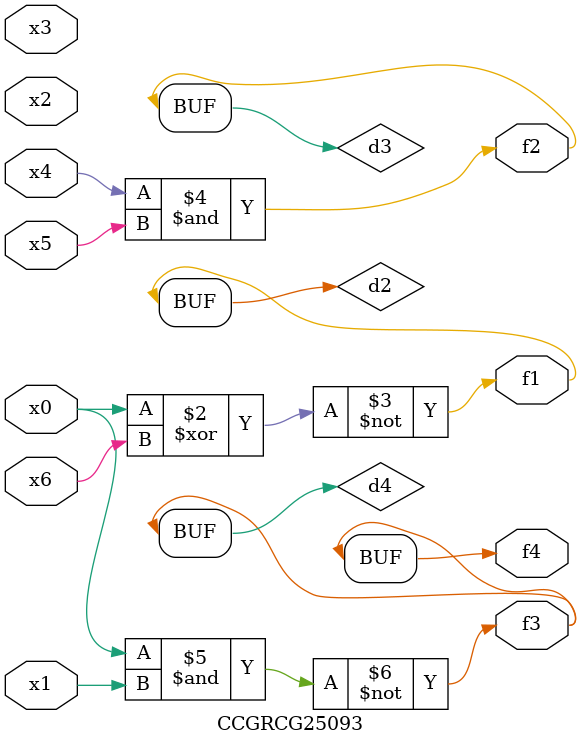
<source format=v>
module CCGRCG25093(
	input x0, x1, x2, x3, x4, x5, x6,
	output f1, f2, f3, f4
);

	wire d1, d2, d3, d4;

	nor (d1, x0);
	xnor (d2, x0, x6);
	and (d3, x4, x5);
	nand (d4, x0, x1);
	assign f1 = d2;
	assign f2 = d3;
	assign f3 = d4;
	assign f4 = d4;
endmodule

</source>
